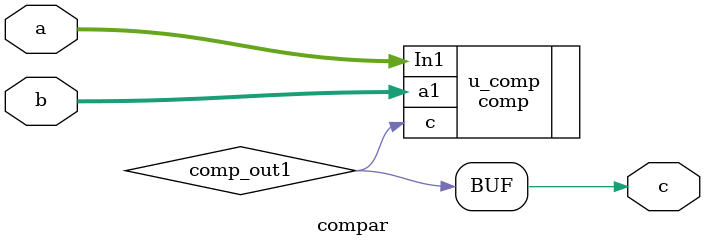
<source format=v>



`timescale 1 ns / 1 ns

module compar
          (a,
           b,
           c);


  input   [15:0] a;  // uint16
  input   [15:0] b;  // uint16
  output  c;


  wire comp_out1;


  comp u_comp (.In1(a),  // uint16
               .a1(b),  // uint16
               .c(comp_out1)
               );

  assign c = comp_out1;

endmodule  // compar


</source>
